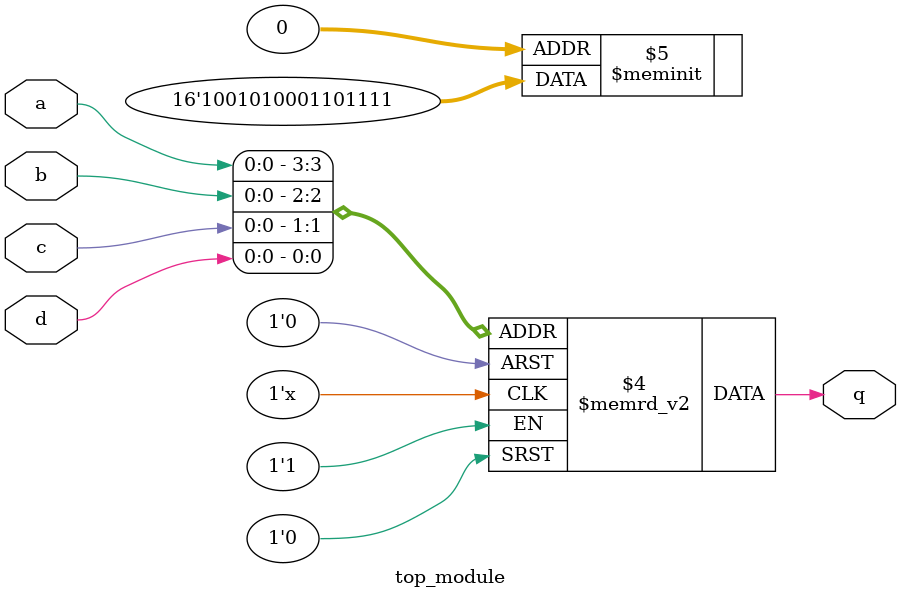
<source format=sv>
module top_module (
    input a, 
    input b, 
    input c, 
    input d,
    output reg q
);

always @* begin
    case ({a, b, c, d})
        4'b0000: q = 1;
        4'b0001: q = 1;
        4'b0010: q = 1;
        4'b0011: q = 1;
        4'b0100: q = 0;
        4'b0101: q = 1;
        4'b0110: q = 1;
        4'b0111: q = 0;
        4'b1000: q = 0;
        4'b1001: q = 0;   // Corrected condition
        4'b1010: q = 1;
        4'b1011: q = 0;
        4'b1100: q = 1;
        4'b1101: q = 0;
        4'b1110: q = 0;
        4'b1111: q = 1;
    endcase
end

endmodule

</source>
